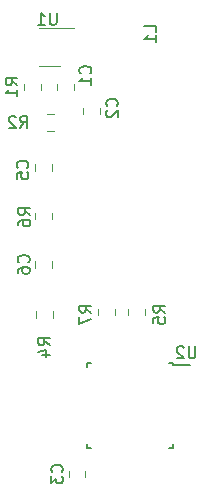
<source format=gbo>
G04 #@! TF.GenerationSoftware,KiCad,Pcbnew,5.0.2-bee76a0~70~ubuntu18.04.1*
G04 #@! TF.CreationDate,2019-01-08T13:34:53-05:00*
G04 #@! TF.ProjectId,samn_small,73616d6e-5f73-46d6-916c-6c2e6b696361,7*
G04 #@! TF.SameCoordinates,Original*
G04 #@! TF.FileFunction,Legend,Bot*
G04 #@! TF.FilePolarity,Positive*
%FSLAX46Y46*%
G04 Gerber Fmt 4.6, Leading zero omitted, Abs format (unit mm)*
G04 Created by KiCad (PCBNEW 5.0.2-bee76a0~70~ubuntu18.04.1) date Tue 08 Jan 2019 01:34:53 PM EST*
%MOMM*%
%LPD*%
G01*
G04 APERTURE LIST*
%ADD10C,0.150000*%
%ADD11C,0.120000*%
G04 APERTURE END LIST*
D10*
G04 #@! TO.C,U2*
X53275000Y-64500000D02*
X54700000Y-64500000D01*
X46025000Y-64275000D02*
X46350000Y-64275000D01*
X46025000Y-71525000D02*
X46350000Y-71525000D01*
X53275000Y-71525000D02*
X52950000Y-71525000D01*
X53275000Y-64275000D02*
X52950000Y-64275000D01*
X53275000Y-71525000D02*
X53275000Y-71200000D01*
X46025000Y-71525000D02*
X46025000Y-71200000D01*
X46025000Y-64275000D02*
X46025000Y-64600000D01*
X53275000Y-64275000D02*
X53275000Y-64500000D01*
D11*
G04 #@! TO.C,R7*
X46940000Y-60211252D02*
X46940000Y-59688748D01*
X48360000Y-60211252D02*
X48360000Y-59688748D01*
G04 #@! TO.C,C2*
X47110000Y-42688748D02*
X47110000Y-43211252D01*
X45690000Y-42688748D02*
X45690000Y-43211252D01*
G04 #@! TO.C,C3*
X45860000Y-73438748D02*
X45860000Y-73961252D01*
X44440000Y-73438748D02*
X44440000Y-73961252D01*
G04 #@! TO.C,C5*
X41615000Y-48016252D02*
X41615000Y-47493748D01*
X43035000Y-48016252D02*
X43035000Y-47493748D01*
G04 #@! TO.C,C6*
X43035000Y-55693748D02*
X43035000Y-56216252D01*
X41615000Y-55693748D02*
X41615000Y-56216252D01*
G04 #@! TO.C,C1*
X44860000Y-40688748D02*
X44860000Y-41211252D01*
X43440000Y-40688748D02*
X43440000Y-41211252D01*
G04 #@! TO.C,U1*
X41903200Y-35957800D02*
X44853200Y-35957800D01*
X43703200Y-39177800D02*
X41903200Y-39177800D01*
G04 #@! TO.C,R4*
X41690000Y-60461252D02*
X41690000Y-59938748D01*
X43110000Y-60461252D02*
X43110000Y-59938748D01*
G04 #@! TO.C,R1*
X40690000Y-41211252D02*
X40690000Y-40688748D01*
X42110000Y-41211252D02*
X42110000Y-40688748D01*
G04 #@! TO.C,R2*
X42638748Y-43240000D02*
X43161252Y-43240000D01*
X42638748Y-44660000D02*
X43161252Y-44660000D01*
G04 #@! TO.C,R5*
X50860000Y-59688748D02*
X50860000Y-60211252D01*
X49440000Y-59688748D02*
X49440000Y-60211252D01*
G04 #@! TO.C,R6*
X43035000Y-51593748D02*
X43035000Y-52116252D01*
X41615000Y-51593748D02*
X41615000Y-52116252D01*
G04 #@! TO.C,L1*
D10*
X51852380Y-36283333D02*
X51852380Y-35807142D01*
X50852380Y-35807142D01*
X51852380Y-37140476D02*
X51852380Y-36569047D01*
X51852380Y-36854761D02*
X50852380Y-36854761D01*
X50995238Y-36759523D01*
X51090476Y-36664285D01*
X51138095Y-36569047D01*
G04 #@! TO.C,U2*
X55161904Y-62902380D02*
X55161904Y-63711904D01*
X55114285Y-63807142D01*
X55066666Y-63854761D01*
X54971428Y-63902380D01*
X54780952Y-63902380D01*
X54685714Y-63854761D01*
X54638095Y-63807142D01*
X54590476Y-63711904D01*
X54590476Y-62902380D01*
X54161904Y-62997619D02*
X54114285Y-62950000D01*
X54019047Y-62902380D01*
X53780952Y-62902380D01*
X53685714Y-62950000D01*
X53638095Y-62997619D01*
X53590476Y-63092857D01*
X53590476Y-63188095D01*
X53638095Y-63330952D01*
X54209523Y-63902380D01*
X53590476Y-63902380D01*
G04 #@! TO.C,R7*
X46352380Y-60033333D02*
X45876190Y-59700000D01*
X46352380Y-59461904D02*
X45352380Y-59461904D01*
X45352380Y-59842857D01*
X45400000Y-59938095D01*
X45447619Y-59985714D01*
X45542857Y-60033333D01*
X45685714Y-60033333D01*
X45780952Y-59985714D01*
X45828571Y-59938095D01*
X45876190Y-59842857D01*
X45876190Y-59461904D01*
X45352380Y-60366666D02*
X45352380Y-61033333D01*
X46352380Y-60604761D01*
G04 #@! TO.C,C2*
X48507142Y-42533333D02*
X48554761Y-42485714D01*
X48602380Y-42342857D01*
X48602380Y-42247619D01*
X48554761Y-42104761D01*
X48459523Y-42009523D01*
X48364285Y-41961904D01*
X48173809Y-41914285D01*
X48030952Y-41914285D01*
X47840476Y-41961904D01*
X47745238Y-42009523D01*
X47650000Y-42104761D01*
X47602380Y-42247619D01*
X47602380Y-42342857D01*
X47650000Y-42485714D01*
X47697619Y-42533333D01*
X47697619Y-42914285D02*
X47650000Y-42961904D01*
X47602380Y-43057142D01*
X47602380Y-43295238D01*
X47650000Y-43390476D01*
X47697619Y-43438095D01*
X47792857Y-43485714D01*
X47888095Y-43485714D01*
X48030952Y-43438095D01*
X48602380Y-42866666D01*
X48602380Y-43485714D01*
G04 #@! TO.C,C3*
X43857142Y-73533333D02*
X43904761Y-73485714D01*
X43952380Y-73342857D01*
X43952380Y-73247619D01*
X43904761Y-73104761D01*
X43809523Y-73009523D01*
X43714285Y-72961904D01*
X43523809Y-72914285D01*
X43380952Y-72914285D01*
X43190476Y-72961904D01*
X43095238Y-73009523D01*
X43000000Y-73104761D01*
X42952380Y-73247619D01*
X42952380Y-73342857D01*
X43000000Y-73485714D01*
X43047619Y-73533333D01*
X42952380Y-73866666D02*
X42952380Y-74485714D01*
X43333333Y-74152380D01*
X43333333Y-74295238D01*
X43380952Y-74390476D01*
X43428571Y-74438095D01*
X43523809Y-74485714D01*
X43761904Y-74485714D01*
X43857142Y-74438095D01*
X43904761Y-74390476D01*
X43952380Y-74295238D01*
X43952380Y-74009523D01*
X43904761Y-73914285D01*
X43857142Y-73866666D01*
G04 #@! TO.C,C5*
X40932142Y-47783333D02*
X40979761Y-47735714D01*
X41027380Y-47592857D01*
X41027380Y-47497619D01*
X40979761Y-47354761D01*
X40884523Y-47259523D01*
X40789285Y-47211904D01*
X40598809Y-47164285D01*
X40455952Y-47164285D01*
X40265476Y-47211904D01*
X40170238Y-47259523D01*
X40075000Y-47354761D01*
X40027380Y-47497619D01*
X40027380Y-47592857D01*
X40075000Y-47735714D01*
X40122619Y-47783333D01*
X40027380Y-48688095D02*
X40027380Y-48211904D01*
X40503571Y-48164285D01*
X40455952Y-48211904D01*
X40408333Y-48307142D01*
X40408333Y-48545238D01*
X40455952Y-48640476D01*
X40503571Y-48688095D01*
X40598809Y-48735714D01*
X40836904Y-48735714D01*
X40932142Y-48688095D01*
X40979761Y-48640476D01*
X41027380Y-48545238D01*
X41027380Y-48307142D01*
X40979761Y-48211904D01*
X40932142Y-48164285D01*
G04 #@! TO.C,C6*
X41032142Y-55788333D02*
X41079761Y-55740714D01*
X41127380Y-55597857D01*
X41127380Y-55502619D01*
X41079761Y-55359761D01*
X40984523Y-55264523D01*
X40889285Y-55216904D01*
X40698809Y-55169285D01*
X40555952Y-55169285D01*
X40365476Y-55216904D01*
X40270238Y-55264523D01*
X40175000Y-55359761D01*
X40127380Y-55502619D01*
X40127380Y-55597857D01*
X40175000Y-55740714D01*
X40222619Y-55788333D01*
X40127380Y-56645476D02*
X40127380Y-56455000D01*
X40175000Y-56359761D01*
X40222619Y-56312142D01*
X40365476Y-56216904D01*
X40555952Y-56169285D01*
X40936904Y-56169285D01*
X41032142Y-56216904D01*
X41079761Y-56264523D01*
X41127380Y-56359761D01*
X41127380Y-56550238D01*
X41079761Y-56645476D01*
X41032142Y-56693095D01*
X40936904Y-56740714D01*
X40698809Y-56740714D01*
X40603571Y-56693095D01*
X40555952Y-56645476D01*
X40508333Y-56550238D01*
X40508333Y-56359761D01*
X40555952Y-56264523D01*
X40603571Y-56216904D01*
X40698809Y-56169285D01*
G04 #@! TO.C,C1*
X46257142Y-39783333D02*
X46304761Y-39735714D01*
X46352380Y-39592857D01*
X46352380Y-39497619D01*
X46304761Y-39354761D01*
X46209523Y-39259523D01*
X46114285Y-39211904D01*
X45923809Y-39164285D01*
X45780952Y-39164285D01*
X45590476Y-39211904D01*
X45495238Y-39259523D01*
X45400000Y-39354761D01*
X45352380Y-39497619D01*
X45352380Y-39592857D01*
X45400000Y-39735714D01*
X45447619Y-39783333D01*
X46352380Y-40735714D02*
X46352380Y-40164285D01*
X46352380Y-40450000D02*
X45352380Y-40450000D01*
X45495238Y-40354761D01*
X45590476Y-40259523D01*
X45638095Y-40164285D01*
G04 #@! TO.C,U1*
X43411904Y-34652380D02*
X43411904Y-35461904D01*
X43364285Y-35557142D01*
X43316666Y-35604761D01*
X43221428Y-35652380D01*
X43030952Y-35652380D01*
X42935714Y-35604761D01*
X42888095Y-35557142D01*
X42840476Y-35461904D01*
X42840476Y-34652380D01*
X41840476Y-35652380D02*
X42411904Y-35652380D01*
X42126190Y-35652380D02*
X42126190Y-34652380D01*
X42221428Y-34795238D01*
X42316666Y-34890476D01*
X42411904Y-34938095D01*
G04 #@! TO.C,R4*
X42852380Y-62783333D02*
X42376190Y-62450000D01*
X42852380Y-62211904D02*
X41852380Y-62211904D01*
X41852380Y-62592857D01*
X41900000Y-62688095D01*
X41947619Y-62735714D01*
X42042857Y-62783333D01*
X42185714Y-62783333D01*
X42280952Y-62735714D01*
X42328571Y-62688095D01*
X42376190Y-62592857D01*
X42376190Y-62211904D01*
X42185714Y-63640476D02*
X42852380Y-63640476D01*
X41804761Y-63402380D02*
X42519047Y-63164285D01*
X42519047Y-63783333D01*
G04 #@! TO.C,R1*
X40102380Y-40783333D02*
X39626190Y-40450000D01*
X40102380Y-40211904D02*
X39102380Y-40211904D01*
X39102380Y-40592857D01*
X39150000Y-40688095D01*
X39197619Y-40735714D01*
X39292857Y-40783333D01*
X39435714Y-40783333D01*
X39530952Y-40735714D01*
X39578571Y-40688095D01*
X39626190Y-40592857D01*
X39626190Y-40211904D01*
X40102380Y-41735714D02*
X40102380Y-41164285D01*
X40102380Y-41450000D02*
X39102380Y-41450000D01*
X39245238Y-41354761D01*
X39340476Y-41259523D01*
X39388095Y-41164285D01*
G04 #@! TO.C,R2*
X40316666Y-44402380D02*
X40650000Y-43926190D01*
X40888095Y-44402380D02*
X40888095Y-43402380D01*
X40507142Y-43402380D01*
X40411904Y-43450000D01*
X40364285Y-43497619D01*
X40316666Y-43592857D01*
X40316666Y-43735714D01*
X40364285Y-43830952D01*
X40411904Y-43878571D01*
X40507142Y-43926190D01*
X40888095Y-43926190D01*
X39935714Y-43497619D02*
X39888095Y-43450000D01*
X39792857Y-43402380D01*
X39554761Y-43402380D01*
X39459523Y-43450000D01*
X39411904Y-43497619D01*
X39364285Y-43592857D01*
X39364285Y-43688095D01*
X39411904Y-43830952D01*
X39983333Y-44402380D01*
X39364285Y-44402380D01*
G04 #@! TO.C,R5*
X52602380Y-60033333D02*
X52126190Y-59700000D01*
X52602380Y-59461904D02*
X51602380Y-59461904D01*
X51602380Y-59842857D01*
X51650000Y-59938095D01*
X51697619Y-59985714D01*
X51792857Y-60033333D01*
X51935714Y-60033333D01*
X52030952Y-59985714D01*
X52078571Y-59938095D01*
X52126190Y-59842857D01*
X52126190Y-59461904D01*
X51602380Y-60938095D02*
X51602380Y-60461904D01*
X52078571Y-60414285D01*
X52030952Y-60461904D01*
X51983333Y-60557142D01*
X51983333Y-60795238D01*
X52030952Y-60890476D01*
X52078571Y-60938095D01*
X52173809Y-60985714D01*
X52411904Y-60985714D01*
X52507142Y-60938095D01*
X52554761Y-60890476D01*
X52602380Y-60795238D01*
X52602380Y-60557142D01*
X52554761Y-60461904D01*
X52507142Y-60414285D01*
G04 #@! TO.C,R6*
X41177380Y-51788333D02*
X40701190Y-51455000D01*
X41177380Y-51216904D02*
X40177380Y-51216904D01*
X40177380Y-51597857D01*
X40225000Y-51693095D01*
X40272619Y-51740714D01*
X40367857Y-51788333D01*
X40510714Y-51788333D01*
X40605952Y-51740714D01*
X40653571Y-51693095D01*
X40701190Y-51597857D01*
X40701190Y-51216904D01*
X40177380Y-52645476D02*
X40177380Y-52455000D01*
X40225000Y-52359761D01*
X40272619Y-52312142D01*
X40415476Y-52216904D01*
X40605952Y-52169285D01*
X40986904Y-52169285D01*
X41082142Y-52216904D01*
X41129761Y-52264523D01*
X41177380Y-52359761D01*
X41177380Y-52550238D01*
X41129761Y-52645476D01*
X41082142Y-52693095D01*
X40986904Y-52740714D01*
X40748809Y-52740714D01*
X40653571Y-52693095D01*
X40605952Y-52645476D01*
X40558333Y-52550238D01*
X40558333Y-52359761D01*
X40605952Y-52264523D01*
X40653571Y-52216904D01*
X40748809Y-52169285D01*
G04 #@! TD*
M02*

</source>
